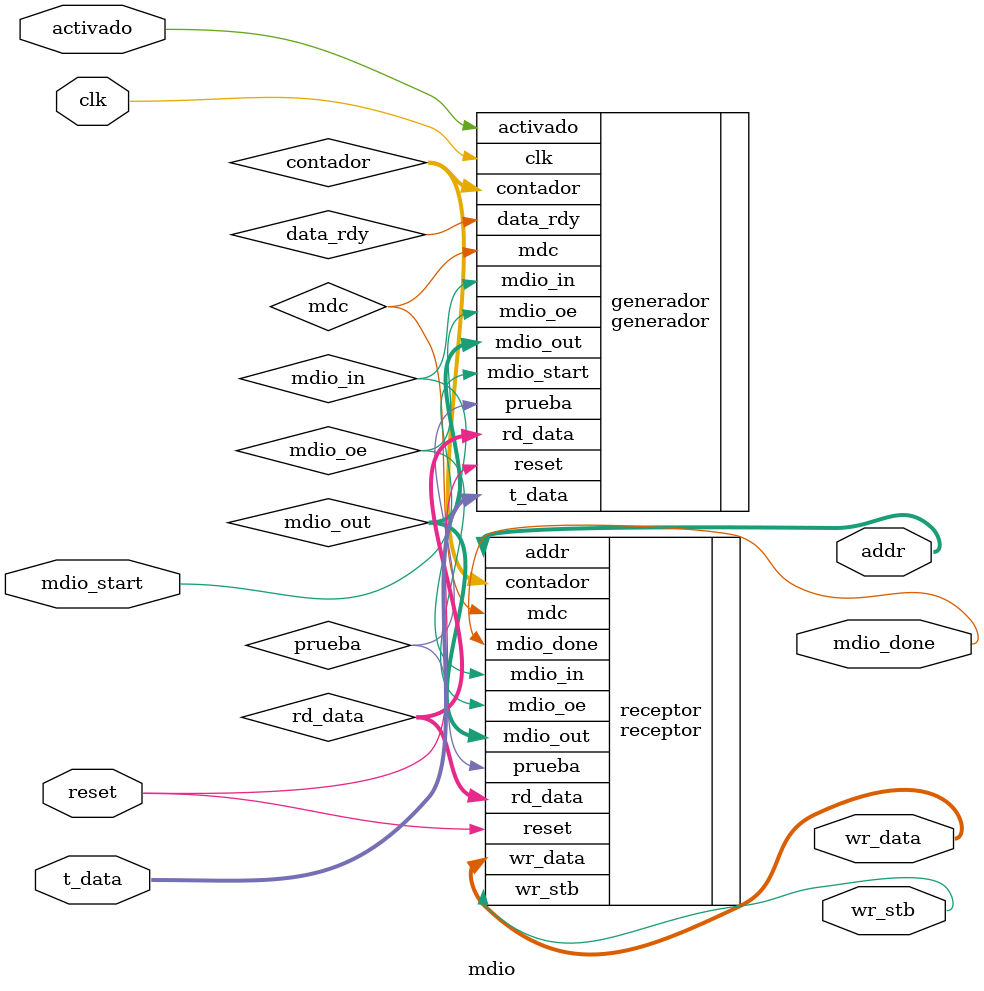
<source format=v>
`include "generador.v"
`include "receptor.v"

module mdio (
    input clk, reset, activado, mdio_start, 
    input [31:0] t_data,
    output wire wr_stb, mdio_done,
    output wire [4:0] addr,
    output wire [15:0] wr_data

);

wire mdio_in;
wire [31:0] contador;
wire [31:0] mdio_out;
wire mdio_oe;
wire mdc;
wire [15:0] rd_data;
wire prueba;

generador generador (
    .clk(clk),
    .reset(reset),
    .activado(activado),
    .prueba(prueba),
    .mdc(mdc),
    .mdio_in(mdio_in),
    .mdio_start(mdio_start),
    .data_rdy(data_rdy),
    .mdio_oe(mdio_oe),
    .mdio_out(mdio_out[31:0]),
    .t_data(t_data[31:0]),
    .rd_data(rd_data[15:0]),
    .contador(contador)
);

receptor receptor (
    .mdc(mdc),
    .mdio_oe(mdio_oe),
    .reset(reset),
    .prueba(prueba),
    .contador(contador[31:0]),
    .mdio_out(mdio_out[31:0]),
    .rd_data(rd_data[15:0]),
    .addr(addr[4:0]),
    .wr_data(wr_data[15:0]),
    .mdio_done(mdio_done),
    .wr_stb(wr_stb),
    .mdio_in(mdio_in)   
);


endmodule
</source>
